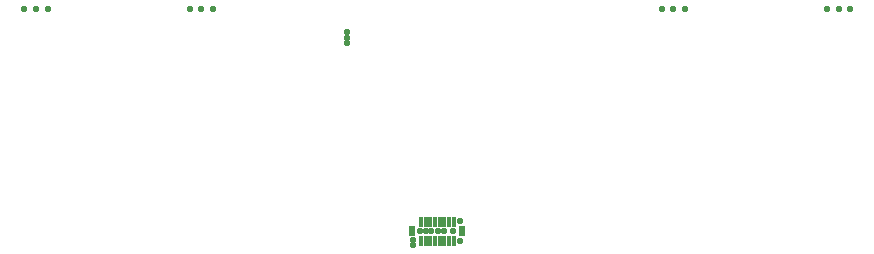
<source format=gbs>
%FSTAX23Y23*%
%MOIN*%
%SFA1B1*%

%IPPOS*%
%ADD16C,0.022000*%
%ADD23R,0.020470X0.033070*%
%ADD24R,0.014570X0.034250*%
%LNgel_flex-1*%
%LPD*%
G54D16*
X00173Y00534D03*
X00078Y005D03*
X0006Y005D03*
X00017Y0047D03*
Y00455D03*
X-00202Y01145D03*
Y01164D03*
Y01127D03*
X01475Y01241D03*
X01437D03*
X01398D03*
X00924D03*
X00885D03*
X00846D03*
X-01279D03*
X-01201D03*
X-0124D03*
X-0065D03*
X-00727D03*
X-00688D03*
X00099Y005D03*
X00039D03*
X00174Y00468D03*
X00122Y005D03*
X0015D03*
G54D23*
X00181Y00499D03*
X00015D03*
G54D24*
X00043Y0053D03*
X00059D03*
X00074D03*
X0009D03*
X00153D03*
X00137D03*
X00122D03*
X00106D03*
Y00468D03*
X00122D03*
X00137D03*
X00153D03*
X0009D03*
X00074D03*
X00059D03*
X00043D03*
M02*
</source>
